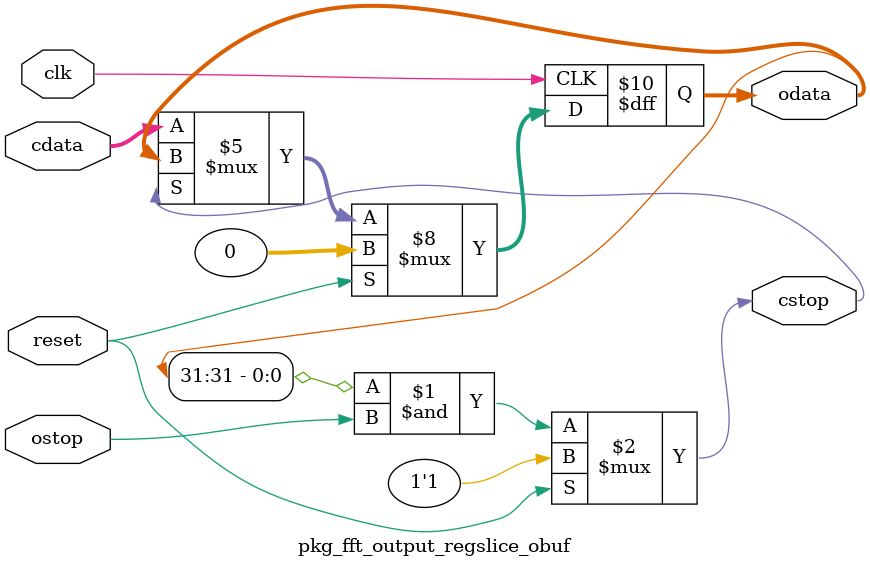
<source format=v>

`timescale 1ns/1ps

module pkg_fft_output_regslice_forward
#(parameter 
    DataWidth=32
)(
    input ap_clk ,
    input ap_rst,

    input [DataWidth-1:0] data_in , 
    input vld_in , 
    output ack_in ,
    output [DataWidth-1:0] data_out, 
    output vld_out,
    input ack_out,
    output apdone_blk
);
 
localparam W = DataWidth+1;

wire [W-1:0] cdata;
wire cstop;
wire [W-1:0] idata;
wire istop;
wire [W-1:0] odata;
wire ostop;

pkg_fft_output_regslice_obuf #(
  .W(W)
)
regslice_obuf_inst(
  .clk(ap_clk),
  .reset(ap_rst),
  .cdata(idata),
  .cstop(istop),
  .odata(odata),
  .ostop(ostop)
);

assign idata = {vld_in, data_in};
assign ack_in = ~istop;

assign vld_out = odata[W-1];
assign data_out = odata[W-2:0];
assign ostop = ~ack_out;

assign apdone_blk = ((ap_rst == 1'b0)&(1'b0 == ack_out)&(1'b1 == vld_out));

endmodule //forward

module pkg_fft_output_regslice_forward_w1
#(parameter 
    DataWidth=1
)(
    input ap_clk ,
    input ap_rst,

    input data_in , 
    input vld_in , 
    output ack_in ,
    output data_out, 
    output vld_out,
    input ack_out,
    output apdone_blk
);
 
localparam W = 2;

wire [W-1:0] cdata;
wire cstop;
wire [W-1:0] idata;
wire istop;
wire [W-1:0] odata;
wire ostop;

pkg_fft_output_regslice_obuf #(
  .W(W)
)
regslice_obuf_inst(
  .clk(ap_clk),
  .reset(ap_rst),
  .cdata(idata),
  .cstop(istop),
  .odata(odata),
  .ostop(ostop)
);

assign idata = {vld_in, data_in};
assign ack_in = ~istop;

assign vld_out = odata[W-1];
assign data_out = odata[W-2:0];
assign ostop = ~ack_out;

assign apdone_blk = ((ap_rst == 1'b0)&(1'b0 == ack_out)&(1'b1 == vld_out));

endmodule //forward


module pkg_fft_output_regslice_obuf
#(
    parameter W=32
)(
    input clk ,
    input reset,
    input [W-1:0] cdata ,
    output cstop ,
    output reg [W-1:0] odata,
    input ostop 
);

// Stop the core when buffer full and output not ready
assign cstop = reset? 1'b1 : (odata[W-1] & ostop);
 
always @(posedge clk)
    if(reset)
        odata <= {1'b0, {{W-1}{1'b0}}};
    else
        if (!cstop) begin// Can we accept more data?
            odata <= cdata; // Yes: load the buffer
        end

endmodule

    

</source>
